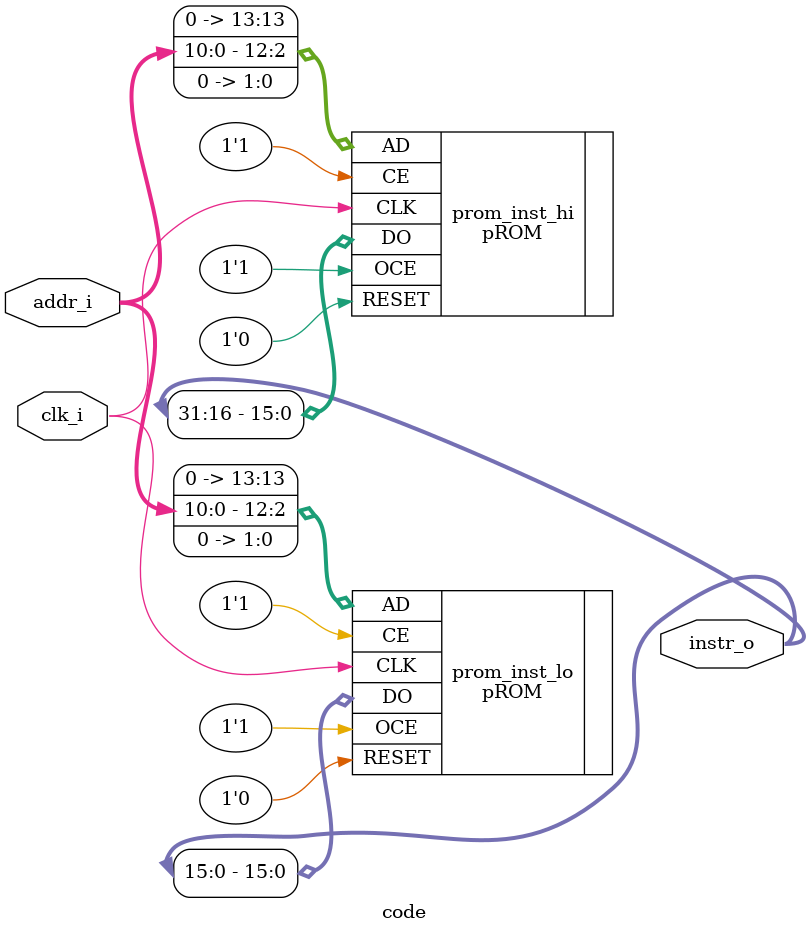
<source format=sv>


`default_nettype none

module code (
    input clk_i,
    input [31:0] addr_i,
    output [31:0] instr_o
);
  pROM #(
    .BIT_WIDTH(16),
.INIT_RAM_00(256'b0000000000000000000000000110111100000000010101010000000000100011000001101001000000000010100100111111111000000011000111101110001111111111111100110000001100010011000000000000000000100011001101110000000001010101000000000010001100000110000100000000001010010011),
.INIT_RAM_01(256'b0000000000000000000000000001001100000000000000000000000000010011000000000000000000000000000100110000000000000000000000000001001100000000000000000000000000010011000000000000000000000000000100110000000000000000000000000110111100000000000000000000000001101111),
.INIT_RAM_02(256'b0000000000000000000000000001001100000000000000000000000000010011000000000000000000000000000100110000000000000000000000000001001100000000000000000000000000010011000000000000000000000000000100110000000000000000000000000001001100000000000000000000000000010011),
.INIT_RAM_03(256'b0000000000000000000000000001001100000000000000000000000000010011000000000000000000000000000100110000000000000000000000000001001100000000000000000000000000010011000000000000000000000000000100110000000000000000000000000001001100000000000000000000000000010011),
.INIT_RAM_04(256'b0000000000000000000000000001001100000000000000000000000000010011000000000000000000000000000100110000000000000000000000000001001100000000000000000000000000010011000000000000000000000000000100110000000000000000000000000001001100000000000000000000000000010011),
.INIT_RAM_05(256'b0000000000000000000000000001001100000000000000000000000000010011000000000000000000000000000100110000000000000000000000000001001100000000000000000000000000010011000000000000000000000000000100110000000000000000000000000001001100000000000000000000000000010011),
.INIT_RAM_06(256'b0000000000000000000000000001001100000000000000000000000000010011000000000000000000000000000100110000000000000000000000000001001100000000000000000000000000010011000000000000000000000000000100110000000000000000000000000001001100000000000000000000000000010011),
.INIT_RAM_07(256'b0000000000000000000000000001001100000000000000000000000000010011000000000000000000000000000100110000000000000000000000000001001100000000000000000000000000010011000000000000000000000000000100110000000000000000000000000001001100000000000000000000000000010011),
.INIT_RAM_08(256'b0000000000000000000000000001001100000000000000000000000000010011000000000000000000000000000100110000000000000000000000000001001100000000000000000000000000010011000000000000000000000000000100110000000000000000000000000001001100000000000000000000000000010011),
.INIT_RAM_09(256'b0000000000000000000000000001001100000000000000000000000000010011000000000000000000000000000100110000000000000000000000000001001100000000000000000000000000010011000000000000000000000000000100110000000000000000000000000001001100000000000000000000000000010011),
.INIT_RAM_0A(256'b0000000000000000000000000001001100000000000000000000000000010011000000000000000000000000000100110000000000000000000000000001001100000000000000000000000000010011000000000000000000000000000100110000000000000000000000000001001100000000000000000000000000010011),
.INIT_RAM_0B(256'b0000000000000000000000000001001100000000000000000000000000010011000000000000000000000000000100110000000000000000000000000001001100000000000000000000000000010011000000000000000000000000000100110000000000000000000000000001001100000000000000000000000000010011),
.INIT_RAM_0C(256'b0000000000000000000000000001001100000000000000000000000000010011000000000000000000000000000100110000000000000000000000000001001100000000000000000000000000010011000000000000000000000000000100110000000000000000000000000001001100000000000000000000000000010011),
.INIT_RAM_0D(256'b0000000000000000000000000001001100000000000000000000000000010011000000000000000000000000000100110000000000000000000000000001001100000000000000000000000000010011000000000000000000000000000100110000000000000000000000000001001100000000000000000000000000010011),
.INIT_RAM_0E(256'b0000000000000000000000000001001100000000000000000000000000010011000000000000000000000000000100110000000000000000000000000001001100000000000000000000000000010011000000000000000000000000000100110000000000000000000000000001001100000000000000000000000000010011),
.INIT_RAM_0F(256'b0000000000000000000000000001001100000000000000000000000000010011000000000000000000000000000100110000000000000000000000000001001100000000000000000000000000010011000000000000000000000000000100110000000000000000000000000001001100000000000000000000000000010011),
.INIT_RAM_10(256'b0000000000000000000000000001001100000000000000000000000000010011000000000000000000000000000100110000000000000000000000000001001100000000000000000000000000010011000000000000000000000000000100110000000000000000000000000001001100000000000000000000000000010011),
.INIT_RAM_11(256'b0000000000000000000000000001001100000000000000000000000000010011000000000000000000000000000100110000000000000000000000000001001100000000000000000000000000010011000000000000000000000000000100110000000000000000000000000001001100000000000000000000000000010011),
.INIT_RAM_12(256'b0000000000000000000000000001001100000000000000000000000000010011000000000000000000000000000100110000000000000000000000000001001100000000000000000000000000010011000000000000000000000000000100110000000000000000000000000001001100000000000000000000000000010011),
.INIT_RAM_13(256'b0000000000000000000000000001001100000000000000000000000000010011000000000000000000000000000100110000000000000000000000000001001100000000000000000000000000010011000000000000000000000000000100110000000000000000000000000001001100000000000000000000000000010011),
.INIT_RAM_14(256'b0000000000000000000000000001001100000000000000000000000000010011000000000000000000000000000100110000000000000000000000000001001100000000000000000000000000010011000000000000000000000000000100110000000000000000000000000001001100000000000000000000000000010011),
.INIT_RAM_15(256'b0000000000000000000000000001001100000000000000000000000000010011000000000000000000000000000100110000000000000000000000000001001100000000000000000000000000010011000000000000000000000000000100110000000000000000000000000001001100000000000000000000000000010011),
.INIT_RAM_16(256'b0000000000000000000000000001001100000000000000000000000000010011000000000000000000000000000100110000000000000000000000000001001100000000000000000000000000010011000000000000000000000000000100110000000000000000000000000001001100000000000000000000000000010011),
.INIT_RAM_17(256'b0000000000000000000000000001001100000000000000000000000000010011000000000000000000000000000100110000000000000000000000000001001100000000000000000000000000010011000000000000000000000000000100110000000000000000000000000001001100000000000000000000000000010011),
.INIT_RAM_18(256'b0000000000000000000000000001001100000000000000000000000000010011000000000000000000000000000100110000000000000000000000000001001100000000000000000000000000010011000000000000000000000000000100110000000000000000000000000001001100000000000000000000000000010011),
.INIT_RAM_19(256'b0000000000000000000000000001001100000000000000000000000000010011000000000000000000000000000100110000000000000000000000000001001100000000000000000000000000010011000000000000000000000000000100110000000000000000000000000001001100000000000000000000000000010011),
.INIT_RAM_1A(256'b0000000000000000000000000001001100000000000000000000000000010011000000000000000000000000000100110000000000000000000000000001001100000000000000000000000000010011000000000000000000000000000100110000000000000000000000000001001100000000000000000000000000010011),
.INIT_RAM_1B(256'b0000000000000000000000000001001100000000000000000000000000010011000000000000000000000000000100110000000000000000000000000001001100000000000000000000000000010011000000000000000000000000000100110000000000000000000000000001001100000000000000000000000000010011),
.INIT_RAM_1C(256'b0000000000000000000000000001001100000000000000000000000000010011000000000000000000000000000100110000000000000000000000000001001100000000000000000000000000010011000000000000000000000000000100110000000000000000000000000001001100000000000000000000000000010011),
.INIT_RAM_1D(256'b0000000000000000000000000001001100000000000000000000000000010011000000000000000000000000000100110000000000000000000000000001001100000000000000000000000000010011000000000000000000000000000100110000000000000000000000000001001100000000000000000000000000010011),
.INIT_RAM_1E(256'b0000000000000000000000000001001100000000000000000000000000010011000000000000000000000000000100110000000000000000000000000001001100000000000000000000000000010011000000000000000000000000000100110000000000000000000000000001001100000000000000000000000000010011),
.INIT_RAM_1F(256'b0000000000000000000000000001001100000000000000000000000000010011000000000000000000000000000100110000000000000000000000000001001100000000000000000000000000010011000000000000000000000000000100110000000000000000000000000001001100000000000000000000000000010011),
.INIT_RAM_20(256'b0000000000000000000000000001001100000000000000000000000000010011000000000000000000000000000100110000000000000000000000000001001100000000000000000000000000010011000000000000000000000000000100110000000000000000000000000001001100000000000000000000000000010011),
.INIT_RAM_21(256'b0000000000000000000000000001001100000000000000000000000000010011000000000000000000000000000100110000000000000000000000000001001100000000000000000000000000010011000000000000000000000000000100110000000000000000000000000001001100000000000000000000000000010011),
.INIT_RAM_22(256'b0000000000000000000000000001001100000000000000000000000000010011000000000000000000000000000100110000000000000000000000000001001100000000000000000000000000010011000000000000000000000000000100110000000000000000000000000001001100000000000000000000000000010011),
.INIT_RAM_23(256'b0000000000000000000000000001001100000000000000000000000000010011000000000000000000000000000100110000000000000000000000000001001100000000000000000000000000010011000000000000000000000000000100110000000000000000000000000001001100000000000000000000000000010011),
.INIT_RAM_24(256'b0000000000000000000000000001001100000000000000000000000000010011000000000000000000000000000100110000000000000000000000000001001100000000000000000000000000010011000000000000000000000000000100110000000000000000000000000001001100000000000000000000000000010011),
.INIT_RAM_25(256'b0000000000000000000000000001001100000000000000000000000000010011000000000000000000000000000100110000000000000000000000000001001100000000000000000000000000010011000000000000000000000000000100110000000000000000000000000001001100000000000000000000000000010011),
.INIT_RAM_26(256'b0000000000000000000000000001001100000000000000000000000000010011000000000000000000000000000100110000000000000000000000000001001100000000000000000000000000010011000000000000000000000000000100110000000000000000000000000001001100000000000000000000000000010011),
.INIT_RAM_27(256'b0000000000000000000000000001001100000000000000000000000000010011000000000000000000000000000100110000000000000000000000000001001100000000000000000000000000010011000000000000000000000000000100110000000000000000000000000001001100000000000000000000000000010011),
.INIT_RAM_28(256'b0000000000000000000000000001001100000000000000000000000000010011000000000000000000000000000100110000000000000000000000000001001100000000000000000000000000010011000000000000000000000000000100110000000000000000000000000001001100000000000000000000000000010011),
.INIT_RAM_29(256'b0000000000000000000000000001001100000000000000000000000000010011000000000000000000000000000100110000000000000000000000000001001100000000000000000000000000010011000000000000000000000000000100110000000000000000000000000001001100000000000000000000000000010011),
.INIT_RAM_2A(256'b0000000000000000000000000001001100000000000000000000000000010011000000000000000000000000000100110000000000000000000000000001001100000000000000000000000000010011000000000000000000000000000100110000000000000000000000000001001100000000000000000000000000010011),
.INIT_RAM_2B(256'b0000000000000000000000000001001100000000000000000000000000010011000000000000000000000000000100110000000000000000000000000001001100000000000000000000000000010011000000000000000000000000000100110000000000000000000000000001001100000000000000000000000000010011),
.INIT_RAM_2C(256'b0000000000000000000000000001001100000000000000000000000000010011000000000000000000000000000100110000000000000000000000000001001100000000000000000000000000010011000000000000000000000000000100110000000000000000000000000001001100000000000000000000000000010011),
.INIT_RAM_2D(256'b0000000000000000000000000001001100000000000000000000000000010011000000000000000000000000000100110000000000000000000000000001001100000000000000000000000000010011000000000000000000000000000100110000000000000000000000000001001100000000000000000000000000010011),
.INIT_RAM_2E(256'b0000000000000000000000000001001100000000000000000000000000010011000000000000000000000000000100110000000000000000000000000001001100000000000000000000000000010011000000000000000000000000000100110000000000000000000000000001001100000000000000000000000000010011),
.INIT_RAM_2F(256'b0000000000000000000000000001001100000000000000000000000000010011000000000000000000000000000100110000000000000000000000000001001100000000000000000000000000010011000000000000000000000000000100110000000000000000000000000001001100000000000000000000000000010011),
.INIT_RAM_30(256'b0000000000000000000000000001001100000000000000000000000000010011000000000000000000000000000100110000000000000000000000000001001100000000000000000000000000010011000000000000000000000000000100110000000000000000000000000001001100000000000000000000000000010011),
.INIT_RAM_31(256'b0000000000000000000000000001001100000000000000000000000000010011000000000000000000000000000100110000000000000000000000000001001100000000000000000000000000010011000000000000000000000000000100110000000000000000000000000001001100000000000000000000000000010011),
.INIT_RAM_32(256'b0000000000000000000000000001001100000000000000000000000000010011000000000000000000000000000100110000000000000000000000000001001100000000000000000000000000010011000000000000000000000000000100110000000000000000000000000001001100000000000000000000000000010011),
.INIT_RAM_33(256'b0000000000000000000000000001001100000000000000000000000000010011000000000000000000000000000100110000000000000000000000000001001100000000000000000000000000010011000000000000000000000000000100110000000000000000000000000001001100000000000000000000000000010011),
.INIT_RAM_34(256'b0000000000000000000000000001001100000000000000000000000000010011000000000000000000000000000100110000000000000000000000000001001100000000000000000000000000010011000000000000000000000000000100110000000000000000000000000001001100000000000000000000000000010011),
.INIT_RAM_35(256'b0000000000000000000000000001001100000000000000000000000000010011000000000000000000000000000100110000000000000000000000000001001100000000000000000000000000010011000000000000000000000000000100110000000000000000000000000001001100000000000000000000000000010011),
.INIT_RAM_36(256'b0000000000000000000000000001001100000000000000000000000000010011000000000000000000000000000100110000000000000000000000000001001100000000000000000000000000010011000000000000000000000000000100110000000000000000000000000001001100000000000000000000000000010011),
.INIT_RAM_37(256'b0000000000000000000000000001001100000000000000000000000000010011000000000000000000000000000100110000000000000000000000000001001100000000000000000000000000010011000000000000000000000000000100110000000000000000000000000001001100000000000000000000000000010011),
.INIT_RAM_38(256'b0000000000000000000000000001001100000000000000000000000000010011000000000000000000000000000100110000000000000000000000000001001100000000000000000000000000010011000000000000000000000000000100110000000000000000000000000001001100000000000000000000000000010011),
.INIT_RAM_39(256'b0000000000000000000000000001001100000000000000000000000000010011000000000000000000000000000100110000000000000000000000000001001100000000000000000000000000010011000000000000000000000000000100110000000000000000000000000001001100000000000000000000000000010011),
.INIT_RAM_3A(256'b0000000000000000000000000001001100000000000000000000000000010011000000000000000000000000000100110000000000000000000000000001001100000000000000000000000000010011000000000000000000000000000100110000000000000000000000000001001100000000000000000000000000010011),
.INIT_RAM_3B(256'b0000000000000000000000000001001100000000000000000000000000010011000000000000000000000000000100110000000000000000000000000001001100000000000000000000000000010011000000000000000000000000000100110000000000000000000000000001001100000000000000000000000000010011),
.INIT_RAM_3C(256'b0000000000000000000000000001001100000000000000000000000000010011000000000000000000000000000100110000000000000000000000000001001100000000000000000000000000010011000000000000000000000000000100110000000000000000000000000001001100000000000000000000000000010011),
.INIT_RAM_3D(256'b0000000000000000000000000001001100000000000000000000000000010011000000000000000000000000000100110000000000000000000000000001001100000000000000000000000000010011000000000000000000000000000100110000000000000000000000000001001100000000000000000000000000010011),
.INIT_RAM_3E(256'b0000000000000000000000000001001100000000000000000000000000010011000000000000000000000000000100110000000000000000000000000001001100000000000000000000000000010011000000000000000000000000000100110000000000000000000000000001001100000000000000000000000000010011),
.INIT_RAM_3F(256'b0000000000000000000000000001001100000000000000000000000000010011000000000000000000000000000100110000000000000000000000000001001100000000000000000000000000010011000000000000000000000000000100110000000000000000000000000001001100000000000000000000000000010011),

    .READ_MODE(0),
    .RESET_MODE("SYNC")
  ) prom_inst_lo (
      .AD({1'b0, addr_i[10:0], 2'b0}),
      .CE(1'b1),
      .CLK(clk_i),
      .DO(instr_o[15:0]),
      .OCE(1'b1),
      .RESET(1'b0)
  );

	pROM #(
    .BIT_WIDTH(16),
.INIT_RAM_00(256'b0000000000000000000000000110111100000000010101010000000000100011000001101001000000000010100100111111111000000011000111101110001111111111111100110000001100010011000000000000000000100011001101110000000001010101000000000010001100000110000100000000001010010011),
.INIT_RAM_01(256'b0000000000000000000000000001001100000000000000000000000000010011000000000000000000000000000100110000000000000000000000000001001100000000000000000000000000010011000000000000000000000000000100110000000000000000000000000110111100000000000000000000000001101111),
.INIT_RAM_02(256'b0000000000000000000000000001001100000000000000000000000000010011000000000000000000000000000100110000000000000000000000000001001100000000000000000000000000010011000000000000000000000000000100110000000000000000000000000001001100000000000000000000000000010011),
.INIT_RAM_03(256'b0000000000000000000000000001001100000000000000000000000000010011000000000000000000000000000100110000000000000000000000000001001100000000000000000000000000010011000000000000000000000000000100110000000000000000000000000001001100000000000000000000000000010011),
.INIT_RAM_04(256'b0000000000000000000000000001001100000000000000000000000000010011000000000000000000000000000100110000000000000000000000000001001100000000000000000000000000010011000000000000000000000000000100110000000000000000000000000001001100000000000000000000000000010011),
.INIT_RAM_05(256'b0000000000000000000000000001001100000000000000000000000000010011000000000000000000000000000100110000000000000000000000000001001100000000000000000000000000010011000000000000000000000000000100110000000000000000000000000001001100000000000000000000000000010011),
.INIT_RAM_06(256'b0000000000000000000000000001001100000000000000000000000000010011000000000000000000000000000100110000000000000000000000000001001100000000000000000000000000010011000000000000000000000000000100110000000000000000000000000001001100000000000000000000000000010011),
.INIT_RAM_07(256'b0000000000000000000000000001001100000000000000000000000000010011000000000000000000000000000100110000000000000000000000000001001100000000000000000000000000010011000000000000000000000000000100110000000000000000000000000001001100000000000000000000000000010011),
.INIT_RAM_08(256'b0000000000000000000000000001001100000000000000000000000000010011000000000000000000000000000100110000000000000000000000000001001100000000000000000000000000010011000000000000000000000000000100110000000000000000000000000001001100000000000000000000000000010011),
.INIT_RAM_09(256'b0000000000000000000000000001001100000000000000000000000000010011000000000000000000000000000100110000000000000000000000000001001100000000000000000000000000010011000000000000000000000000000100110000000000000000000000000001001100000000000000000000000000010011),
.INIT_RAM_0A(256'b0000000000000000000000000001001100000000000000000000000000010011000000000000000000000000000100110000000000000000000000000001001100000000000000000000000000010011000000000000000000000000000100110000000000000000000000000001001100000000000000000000000000010011),
.INIT_RAM_0B(256'b0000000000000000000000000001001100000000000000000000000000010011000000000000000000000000000100110000000000000000000000000001001100000000000000000000000000010011000000000000000000000000000100110000000000000000000000000001001100000000000000000000000000010011),
.INIT_RAM_0C(256'b0000000000000000000000000001001100000000000000000000000000010011000000000000000000000000000100110000000000000000000000000001001100000000000000000000000000010011000000000000000000000000000100110000000000000000000000000001001100000000000000000000000000010011),
.INIT_RAM_0D(256'b0000000000000000000000000001001100000000000000000000000000010011000000000000000000000000000100110000000000000000000000000001001100000000000000000000000000010011000000000000000000000000000100110000000000000000000000000001001100000000000000000000000000010011),
.INIT_RAM_0E(256'b0000000000000000000000000001001100000000000000000000000000010011000000000000000000000000000100110000000000000000000000000001001100000000000000000000000000010011000000000000000000000000000100110000000000000000000000000001001100000000000000000000000000010011),
.INIT_RAM_0F(256'b0000000000000000000000000001001100000000000000000000000000010011000000000000000000000000000100110000000000000000000000000001001100000000000000000000000000010011000000000000000000000000000100110000000000000000000000000001001100000000000000000000000000010011),
.INIT_RAM_10(256'b0000000000000000000000000001001100000000000000000000000000010011000000000000000000000000000100110000000000000000000000000001001100000000000000000000000000010011000000000000000000000000000100110000000000000000000000000001001100000000000000000000000000010011),
.INIT_RAM_11(256'b0000000000000000000000000001001100000000000000000000000000010011000000000000000000000000000100110000000000000000000000000001001100000000000000000000000000010011000000000000000000000000000100110000000000000000000000000001001100000000000000000000000000010011),
.INIT_RAM_12(256'b0000000000000000000000000001001100000000000000000000000000010011000000000000000000000000000100110000000000000000000000000001001100000000000000000000000000010011000000000000000000000000000100110000000000000000000000000001001100000000000000000000000000010011),
.INIT_RAM_13(256'b0000000000000000000000000001001100000000000000000000000000010011000000000000000000000000000100110000000000000000000000000001001100000000000000000000000000010011000000000000000000000000000100110000000000000000000000000001001100000000000000000000000000010011),
.INIT_RAM_14(256'b0000000000000000000000000001001100000000000000000000000000010011000000000000000000000000000100110000000000000000000000000001001100000000000000000000000000010011000000000000000000000000000100110000000000000000000000000001001100000000000000000000000000010011),
.INIT_RAM_15(256'b0000000000000000000000000001001100000000000000000000000000010011000000000000000000000000000100110000000000000000000000000001001100000000000000000000000000010011000000000000000000000000000100110000000000000000000000000001001100000000000000000000000000010011),
.INIT_RAM_16(256'b0000000000000000000000000001001100000000000000000000000000010011000000000000000000000000000100110000000000000000000000000001001100000000000000000000000000010011000000000000000000000000000100110000000000000000000000000001001100000000000000000000000000010011),
.INIT_RAM_17(256'b0000000000000000000000000001001100000000000000000000000000010011000000000000000000000000000100110000000000000000000000000001001100000000000000000000000000010011000000000000000000000000000100110000000000000000000000000001001100000000000000000000000000010011),
.INIT_RAM_18(256'b0000000000000000000000000001001100000000000000000000000000010011000000000000000000000000000100110000000000000000000000000001001100000000000000000000000000010011000000000000000000000000000100110000000000000000000000000001001100000000000000000000000000010011),
.INIT_RAM_19(256'b0000000000000000000000000001001100000000000000000000000000010011000000000000000000000000000100110000000000000000000000000001001100000000000000000000000000010011000000000000000000000000000100110000000000000000000000000001001100000000000000000000000000010011),
.INIT_RAM_1A(256'b0000000000000000000000000001001100000000000000000000000000010011000000000000000000000000000100110000000000000000000000000001001100000000000000000000000000010011000000000000000000000000000100110000000000000000000000000001001100000000000000000000000000010011),
.INIT_RAM_1B(256'b0000000000000000000000000001001100000000000000000000000000010011000000000000000000000000000100110000000000000000000000000001001100000000000000000000000000010011000000000000000000000000000100110000000000000000000000000001001100000000000000000000000000010011),
.INIT_RAM_1C(256'b0000000000000000000000000001001100000000000000000000000000010011000000000000000000000000000100110000000000000000000000000001001100000000000000000000000000010011000000000000000000000000000100110000000000000000000000000001001100000000000000000000000000010011),
.INIT_RAM_1D(256'b0000000000000000000000000001001100000000000000000000000000010011000000000000000000000000000100110000000000000000000000000001001100000000000000000000000000010011000000000000000000000000000100110000000000000000000000000001001100000000000000000000000000010011),
.INIT_RAM_1E(256'b0000000000000000000000000001001100000000000000000000000000010011000000000000000000000000000100110000000000000000000000000001001100000000000000000000000000010011000000000000000000000000000100110000000000000000000000000001001100000000000000000000000000010011),
.INIT_RAM_1F(256'b0000000000000000000000000001001100000000000000000000000000010011000000000000000000000000000100110000000000000000000000000001001100000000000000000000000000010011000000000000000000000000000100110000000000000000000000000001001100000000000000000000000000010011),
.INIT_RAM_20(256'b0000000000000000000000000001001100000000000000000000000000010011000000000000000000000000000100110000000000000000000000000001001100000000000000000000000000010011000000000000000000000000000100110000000000000000000000000001001100000000000000000000000000010011),
.INIT_RAM_21(256'b0000000000000000000000000001001100000000000000000000000000010011000000000000000000000000000100110000000000000000000000000001001100000000000000000000000000010011000000000000000000000000000100110000000000000000000000000001001100000000000000000000000000010011),
.INIT_RAM_22(256'b0000000000000000000000000001001100000000000000000000000000010011000000000000000000000000000100110000000000000000000000000001001100000000000000000000000000010011000000000000000000000000000100110000000000000000000000000001001100000000000000000000000000010011),
.INIT_RAM_23(256'b0000000000000000000000000001001100000000000000000000000000010011000000000000000000000000000100110000000000000000000000000001001100000000000000000000000000010011000000000000000000000000000100110000000000000000000000000001001100000000000000000000000000010011),
.INIT_RAM_24(256'b0000000000000000000000000001001100000000000000000000000000010011000000000000000000000000000100110000000000000000000000000001001100000000000000000000000000010011000000000000000000000000000100110000000000000000000000000001001100000000000000000000000000010011),
.INIT_RAM_25(256'b0000000000000000000000000001001100000000000000000000000000010011000000000000000000000000000100110000000000000000000000000001001100000000000000000000000000010011000000000000000000000000000100110000000000000000000000000001001100000000000000000000000000010011),
.INIT_RAM_26(256'b0000000000000000000000000001001100000000000000000000000000010011000000000000000000000000000100110000000000000000000000000001001100000000000000000000000000010011000000000000000000000000000100110000000000000000000000000001001100000000000000000000000000010011),
.INIT_RAM_27(256'b0000000000000000000000000001001100000000000000000000000000010011000000000000000000000000000100110000000000000000000000000001001100000000000000000000000000010011000000000000000000000000000100110000000000000000000000000001001100000000000000000000000000010011),
.INIT_RAM_28(256'b0000000000000000000000000001001100000000000000000000000000010011000000000000000000000000000100110000000000000000000000000001001100000000000000000000000000010011000000000000000000000000000100110000000000000000000000000001001100000000000000000000000000010011),
.INIT_RAM_29(256'b0000000000000000000000000001001100000000000000000000000000010011000000000000000000000000000100110000000000000000000000000001001100000000000000000000000000010011000000000000000000000000000100110000000000000000000000000001001100000000000000000000000000010011),
.INIT_RAM_2A(256'b0000000000000000000000000001001100000000000000000000000000010011000000000000000000000000000100110000000000000000000000000001001100000000000000000000000000010011000000000000000000000000000100110000000000000000000000000001001100000000000000000000000000010011),
.INIT_RAM_2B(256'b0000000000000000000000000001001100000000000000000000000000010011000000000000000000000000000100110000000000000000000000000001001100000000000000000000000000010011000000000000000000000000000100110000000000000000000000000001001100000000000000000000000000010011),
.INIT_RAM_2C(256'b0000000000000000000000000001001100000000000000000000000000010011000000000000000000000000000100110000000000000000000000000001001100000000000000000000000000010011000000000000000000000000000100110000000000000000000000000001001100000000000000000000000000010011),
.INIT_RAM_2D(256'b0000000000000000000000000001001100000000000000000000000000010011000000000000000000000000000100110000000000000000000000000001001100000000000000000000000000010011000000000000000000000000000100110000000000000000000000000001001100000000000000000000000000010011),
.INIT_RAM_2E(256'b0000000000000000000000000001001100000000000000000000000000010011000000000000000000000000000100110000000000000000000000000001001100000000000000000000000000010011000000000000000000000000000100110000000000000000000000000001001100000000000000000000000000010011),
.INIT_RAM_2F(256'b0000000000000000000000000001001100000000000000000000000000010011000000000000000000000000000100110000000000000000000000000001001100000000000000000000000000010011000000000000000000000000000100110000000000000000000000000001001100000000000000000000000000010011),
.INIT_RAM_30(256'b0000000000000000000000000001001100000000000000000000000000010011000000000000000000000000000100110000000000000000000000000001001100000000000000000000000000010011000000000000000000000000000100110000000000000000000000000001001100000000000000000000000000010011),
.INIT_RAM_31(256'b0000000000000000000000000001001100000000000000000000000000010011000000000000000000000000000100110000000000000000000000000001001100000000000000000000000000010011000000000000000000000000000100110000000000000000000000000001001100000000000000000000000000010011),
.INIT_RAM_32(256'b0000000000000000000000000001001100000000000000000000000000010011000000000000000000000000000100110000000000000000000000000001001100000000000000000000000000010011000000000000000000000000000100110000000000000000000000000001001100000000000000000000000000010011),
.INIT_RAM_33(256'b0000000000000000000000000001001100000000000000000000000000010011000000000000000000000000000100110000000000000000000000000001001100000000000000000000000000010011000000000000000000000000000100110000000000000000000000000001001100000000000000000000000000010011),
.INIT_RAM_34(256'b0000000000000000000000000001001100000000000000000000000000010011000000000000000000000000000100110000000000000000000000000001001100000000000000000000000000010011000000000000000000000000000100110000000000000000000000000001001100000000000000000000000000010011),
.INIT_RAM_35(256'b0000000000000000000000000001001100000000000000000000000000010011000000000000000000000000000100110000000000000000000000000001001100000000000000000000000000010011000000000000000000000000000100110000000000000000000000000001001100000000000000000000000000010011),
.INIT_RAM_36(256'b0000000000000000000000000001001100000000000000000000000000010011000000000000000000000000000100110000000000000000000000000001001100000000000000000000000000010011000000000000000000000000000100110000000000000000000000000001001100000000000000000000000000010011),
.INIT_RAM_37(256'b0000000000000000000000000001001100000000000000000000000000010011000000000000000000000000000100110000000000000000000000000001001100000000000000000000000000010011000000000000000000000000000100110000000000000000000000000001001100000000000000000000000000010011),
.INIT_RAM_38(256'b0000000000000000000000000001001100000000000000000000000000010011000000000000000000000000000100110000000000000000000000000001001100000000000000000000000000010011000000000000000000000000000100110000000000000000000000000001001100000000000000000000000000010011),
.INIT_RAM_39(256'b0000000000000000000000000001001100000000000000000000000000010011000000000000000000000000000100110000000000000000000000000001001100000000000000000000000000010011000000000000000000000000000100110000000000000000000000000001001100000000000000000000000000010011),
.INIT_RAM_3A(256'b0000000000000000000000000001001100000000000000000000000000010011000000000000000000000000000100110000000000000000000000000001001100000000000000000000000000010011000000000000000000000000000100110000000000000000000000000001001100000000000000000000000000010011),
.INIT_RAM_3B(256'b0000000000000000000000000001001100000000000000000000000000010011000000000000000000000000000100110000000000000000000000000001001100000000000000000000000000010011000000000000000000000000000100110000000000000000000000000001001100000000000000000000000000010011),
.INIT_RAM_3C(256'b0000000000000000000000000001001100000000000000000000000000010011000000000000000000000000000100110000000000000000000000000001001100000000000000000000000000010011000000000000000000000000000100110000000000000000000000000001001100000000000000000000000000010011),
.INIT_RAM_3D(256'b0000000000000000000000000001001100000000000000000000000000010011000000000000000000000000000100110000000000000000000000000001001100000000000000000000000000010011000000000000000000000000000100110000000000000000000000000001001100000000000000000000000000010011),
.INIT_RAM_3E(256'b0000000000000000000000000001001100000000000000000000000000010011000000000000000000000000000100110000000000000000000000000001001100000000000000000000000000010011000000000000000000000000000100110000000000000000000000000001001100000000000000000000000000010011),
.INIT_RAM_3F(256'b0000000000000000000000000001001100000000000000000000000000010011000000000000000000000000000100110000000000000000000000000001001100000000000000000000000000010011000000000000000000000000000100110000000000000000000000000001001100000000000000000000000000010011),

    .READ_MODE(0),
    .RESET_MODE("SYNC")
  ) prom_inst_hi (
      .AD({1'b0, addr_i[10:0], 2'b0}),
      .CE(1'b1),
      .CLK(clk_i),
      .DO(instr_o[31:16]),
      .OCE(1'b1),
      .RESET(1'b0)
  );
endmodule

</source>
